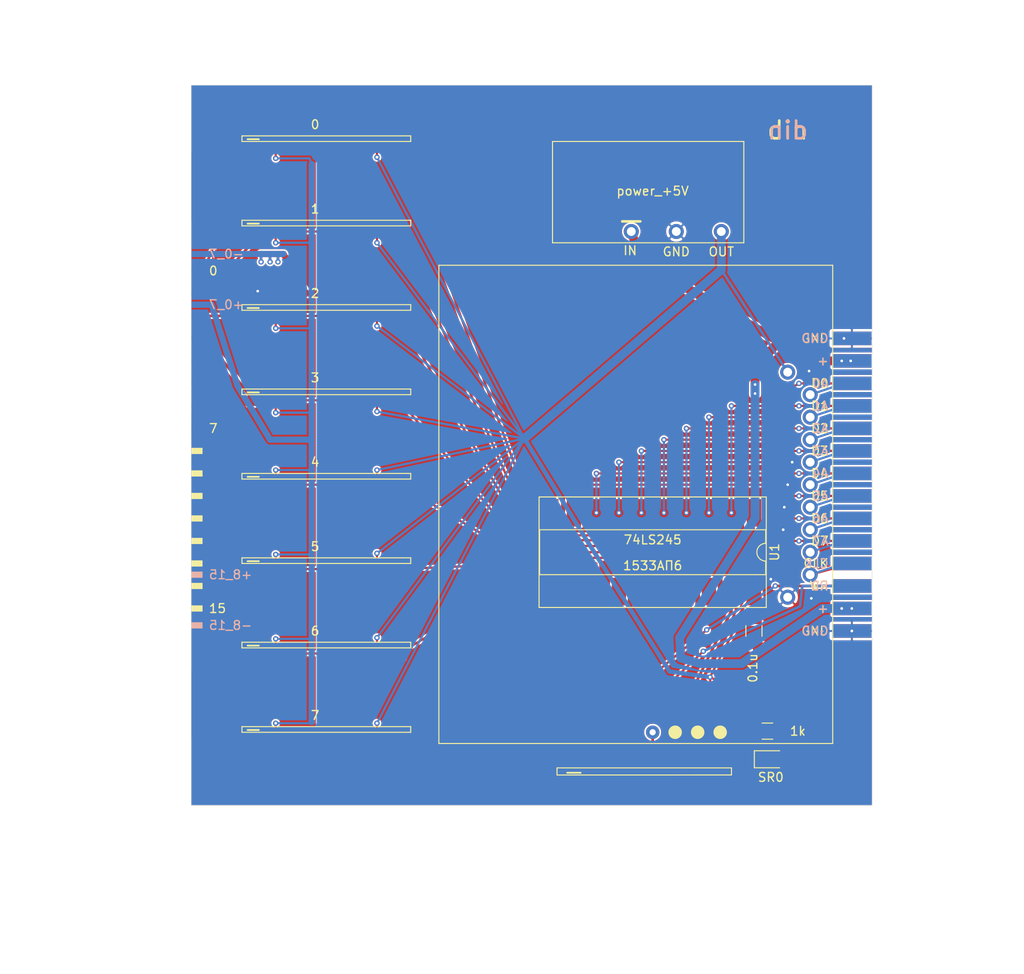
<source format=kicad_pcb>
(kicad_pcb (version 20171130) (host pcbnew 5.1.5+dfsg1-2build2)
  (layers (0 F.Cu signal) (31 B.Cu signal) (34 B.Paste user) (35 F.Paste user) (36 B.SilkS user) (37 F.SilkS user) (38 B.Mask user) (39 F.Mask user) (44 Edge.Cuts user))
  (net 0 "")
  (net 1 +5V)
  (net 2 GND)
  (net 3 IN1)
  (net 4 IN2)
  (net 5 IN3)
  (net 6 IN4)
  (net 7 IN5)
  (net 8 IN6)
  (net 9 IN7)
  (net 10 A7)
  (net 11 A6)
  (net 12 A5)
  (net 13 A4)
  (net 14 A3)
  (net 15 A2)
  (net 16 A1)
  (net 17 IN0)
  (net 18 CLK)
  (net 19 D7)
  (net 20 D6)
  (net 21 D5)
  (net 22 D4)
  (net 23 D3)
  (net 24 D2)
  (net 25 D1)
  (net 26 D0)
  (net 27 A0)
  (net 28 GND0_7)
  (net 29 INL0)
  (net 30 INL1)
  (net 31 INL2)
  (net 32 INL3)
  (net 33 INL4)
  (net 34 INL5)
  (net 35 INL6)
  (net 36 INL7)
  (net 37 WR)
  (net 38 RD)
  (net 39 SR0)
  (net 40 "Net-(D1-Pad2)")
  (net 41 S0)
  (net 42 "Net-(J1-Pad20)")
  (net 43 "Net-(J1-Pad19)")
  (net 44 "Net-(J1-Pad16)")
  (net 45 "Net-(J1-Pad15)")
  (net 46 "Net-(J1-Pad14)")
  (net 47 "Net-(J1-Pad13)")
  (net 48 "Net-(J1-Pad12)")
  (net 49 "Net-(J1-Pad11)")
  (net 50 "Net-(J1-Pad10)")
  (net 51 "Net-(J1-Pad9)")
  (net 52 "Net-(J11-Pad15)")
  (net 53 V0_7)
  (net 54 "Net-(J11-Pad13)")
  (net 55 "Net-(J11-Pad14)")
  (net 56 VPBUS)
  (module plc88:bus_im (layer F.Cu) (at 108.839 59.055)
    (fp_text reference J13 hide)
    (fp_text value bus_i hide)
    (fp_text user WR (at -2.54 27.94) (layer F.SilkS) (effects (justify right)))
    (fp_text user RD (at -2.54 27.94) (layer B.SilkS) (effects (justify left mirror)))
    (fp_text user GND (at -2.54 0) (layer B.SilkS) (effects (justify left mirror)))
    (fp_text user + (at -2.54 2.54) (layer B.SilkS) (effects (justify left mirror)))
    (fp_text user GND (at -2.54 33.02) (layer B.SilkS) (effects (justify left mirror)))
    (fp_text user + (at -2.54 30.48) (layer B.SilkS) (effects (justify left mirror)))
    (fp_text user CLK (at -2.54 25.4) (layer B.SilkS) (effects (justify left mirror)))
    (fp_text user A7 (at -2.54 22.86) (layer B.SilkS) (effects (justify left mirror)))
    (fp_text user A6 (at -2.54 20.32) (layer B.SilkS) (effects (justify left mirror)))
    (fp_text user A5 (at -2.54 17.78) (layer B.SilkS) (effects (justify left mirror)))
    (fp_text user A4 (at -2.54 15.24) (layer B.SilkS) (effects (justify left mirror)))
    (fp_text user A3 (at -2.54 12.7) (layer B.SilkS) (effects (justify left mirror)))
    (fp_text user A2 (at -2.54 10.16) (layer B.SilkS) (effects (justify left mirror)))
    (fp_text user A1 (at -2.54 7.62) (layer B.SilkS) (effects (justify left mirror)))
    (fp_text user A0 (at -2.54 5.08) (layer B.SilkS) (effects (justify left mirror)))
    (fp_text user D7 (at -2.54 22.86) (layer F.SilkS) (effects (justify right)))
    (fp_text user CLK (at -2.54 25.4) (layer F.SilkS) (effects (justify right)))
    (fp_text user + (at -2.54 30.48) (layer F.SilkS) (effects (justify right)))
    (fp_text user GND (at -2.54 33.02) (layer F.SilkS) (effects (justify right)))
    (fp_text user D6 (at -2.54 20.32) (layer F.SilkS) (effects (justify right)))
    (fp_text user D5 (at -2.54 17.78) (layer F.SilkS) (effects (justify right)))
    (fp_text user D4 (at -2.54 15.24) (layer F.SilkS) (effects (justify right)))
    (fp_text user D3 (at -2.54 12.7) (layer F.SilkS) (effects (justify right)))
    (fp_text user D2 (at -2.54 10.16) (layer F.SilkS) (effects (justify right)))
    (fp_text user D1 (at -2.54 7.62) (layer F.SilkS) (effects (justify right)))
    (fp_text user D0 (at -2.54 5.08) (layer F.SilkS) (effects (justify right)))
    (fp_text user + (at -2.54 2.54) (layer F.SilkS) (effects (justify right)))
    (fp_text user GND (at -2.54 0) (layer F.SilkS) (effects (justify right)))
    (pad 24 smd rect (at 0 27.94) (size 4.445 1.524) (layers F.Cu F.Paste F.Mask) (net 37 WR))
    (pad 23 smd rect (at 0 27.94) (size 4.445 1.524) (layers B.Cu B.Paste B.Mask) (net 38 RD))
    (pad 28 smd rect (at 0 33.02) (size 4.445 1.524) (layers F.Cu F.Paste F.Mask) (net 2 GND))
    (pad 26 smd rect (at 0 30.48) (size 4.445 1.524) (layers F.Cu F.Paste F.Mask) (net 56 VPBUS))
    (pad 22 smd rect (at 0 25.4) (size 4.445 1.524) (layers F.Cu F.Paste F.Mask) (net 18 CLK))
    (pad 20 smd rect (at 0 22.86) (size 4.445 1.524) (layers F.Cu F.Paste F.Mask) (net 19 D7))
    (pad 18 smd rect (at 0 20.32) (size 4.445 1.524) (layers F.Cu F.Paste F.Mask) (net 20 D6))
    (pad 16 smd rect (at 0 17.78) (size 4.445 1.524) (layers F.Cu F.Paste F.Mask) (net 21 D5))
    (pad 14 smd rect (at 0 15.24) (size 4.445 1.524) (layers F.Cu F.Paste F.Mask) (net 22 D4))
    (pad 12 smd rect (at 0 12.7) (size 4.445 1.524) (layers F.Cu F.Paste F.Mask) (net 23 D3))
    (pad 10 smd rect (at 0 10.16) (size 4.445 1.524) (layers F.Cu F.Paste F.Mask) (net 24 D2))
    (pad 8 smd rect (at 0 7.62) (size 4.445 1.524) (layers F.Cu F.Paste F.Mask) (net 25 D1))
    (pad 6 smd rect (at 0 5.08) (size 4.445 1.524) (layers F.Cu F.Paste F.Mask) (net 26 D0))
    (pad 4 smd rect (at 0 2.54) (size 4.445 1.524) (layers F.Cu F.Paste F.Mask) (net 56 VPBUS))
    (pad 2 smd rect (at 0 0) (size 4.445 1.524) (layers F.Cu F.Paste F.Mask) (net 2 GND))
    (pad 9 smd rect (at 0 10.16) (size 4.445 1.524) (layers B.Cu B.Paste B.Mask) (net 15 A2))
    (pad 27 smd rect (at 0 33.02) (size 4.445 1.524) (layers B.Cu B.Paste B.Mask) (net 2 GND))
    (pad 25 smd rect (at 0 30.48) (size 4.445 1.524) (layers B.Cu B.Paste B.Mask) (net 56 VPBUS))
    (pad 21 smd rect (at 0 25.4) (size 4.445 1.524) (layers B.Cu B.Paste B.Mask) (net 18 CLK))
    (pad 19 smd rect (at 0 22.86) (size 4.445 1.524) (layers B.Cu B.Paste B.Mask) (net 10 A7))
    (pad 17 smd rect (at 0 20.32) (size 4.445 1.524) (layers B.Cu B.Paste B.Mask) (net 11 A6))
    (pad 15 smd rect (at 0 17.78) (size 4.445 1.524) (layers B.Cu B.Paste B.Mask) (net 12 A5))
    (pad 13 smd rect (at 0 15.24) (size 4.445 1.524) (layers B.Cu B.Paste B.Mask) (net 13 A4))
    (pad 11 smd rect (at 0 12.7) (size 4.445 1.524) (layers B.Cu B.Paste B.Mask) (net 14 A3))
    (pad 7 smd rect (at 0 7.62) (size 4.445 1.524) (layers B.Cu B.Paste B.Mask) (net 16 A1))
    (pad 5 smd rect (at 0 5.08) (size 4.445 1.524) (layers B.Cu B.Paste B.Mask) (net 27 A0))
    (pad 3 smd rect (at 0 2.54) (size 4.445 1.524) (layers B.Cu B.Paste B.Mask) (net 56 VPBUS))
    (pad 1 smd rect (at 0 0) (size 4.445 1.524) (layers B.Cu B.Paste B.Mask) (net 2 GND))
  )
  (module plc88:power_i (layer F.Cu) (at 77.597 36.83)
    (fp_text reference J12)
    (fp_text value power_+5V (at 8.763 5.588) (layer F.SilkS))
    (fp_text user IN (at 6.223 12.319) (layer F.SilkS))
    (fp_text user GND (at 11.43 12.446) (layer F.SilkS))
    (fp_text user OUT (at 16.51 12.446) (layer F.SilkS))
    (pad 3 thru_hole circle (at 11.43 10.16) (size 1.7 1.7) (drill 1) (layers *.Cu *.Mask) (net 2 GND))
    (pad 2 thru_hole circle (at 16.51 10.16) (size 1.7 1.7) (drill 1) (layers *.Cu *.Mask) (net 1 +5V))
    (pad 1 thru_hole circle (at 6.35 10.16) (size 1.7 1.7) (drill 1) (layers *.Cu *.Mask) (net 56 VPBUS))
  )
  (module plc88:dio_channel_i (layer F.Cu) (at 48.26 101.6)
    (fp_text reference J9 hide)
    (fp_text value dio_channel_i hide)
    (fp_text user 7 (at 0 0) (layer F.SilkS))
    (pad 4 smd rect (at 4.445 2.54) (size 1.27 1.27) (layers F.Cu F.Paste F.Mask) (net 2 GND))
    (pad 6 smd rect (at 9.525 2.54) (size 1.27 1.27) (layers F.Cu F.Paste F.Mask) (net 36 INL7))
    (pad 5 smd rect (at 6.985 2.54) (size 1.27 1.27) (layers F.Cu F.Paste F.Mask) (net 1 +5V))
    (pad 3 smd rect (at -1.905 2.54) (size 1.27 1.27) (layers F.Cu F.Paste F.Mask) (net 28 GND0_7))
    (pad 2 smd rect (at -4.445 2.54) (size 1.27 1.27) (layers F.Cu F.Paste F.Mask) (net 53 V0_7))
    (pad 1 smd rect (at -6.985 2.54) (size 1.27 1.27) (layers F.Cu F.Paste F.Mask) (net 9 IN7))
  )
  (module plc88:dio_channel_i (layer F.Cu) (at 48.26 92.075)
    (fp_text reference J8 hide)
    (fp_text value dio_channel_i hide)
    (fp_text user 6 (at 0 0) (layer F.SilkS))
    (pad 4 smd rect (at 4.445 2.54) (size 1.27 1.27) (layers F.Cu F.Paste F.Mask) (net 2 GND))
    (pad 6 smd rect (at 9.525 2.54) (size 1.27 1.27) (layers F.Cu F.Paste F.Mask) (net 35 INL6))
    (pad 5 smd rect (at 6.985 2.54) (size 1.27 1.27) (layers F.Cu F.Paste F.Mask) (net 1 +5V))
    (pad 3 smd rect (at -1.905 2.54) (size 1.27 1.27) (layers F.Cu F.Paste F.Mask) (net 28 GND0_7))
    (pad 2 smd rect (at -4.445 2.54) (size 1.27 1.27) (layers F.Cu F.Paste F.Mask) (net 53 V0_7))
    (pad 1 smd rect (at -6.985 2.54) (size 1.27 1.27) (layers F.Cu F.Paste F.Mask) (net 8 IN6))
  )
  (module plc88:dio_channel_i (layer F.Cu) (at 48.26 82.55)
    (fp_text reference J7 hide)
    (fp_text value dio_channel_i hide)
    (fp_text user 5 (at 0 0) (layer F.SilkS))
    (pad 4 smd rect (at 4.445 2.54) (size 1.27 1.27) (layers F.Cu F.Paste F.Mask) (net 2 GND))
    (pad 6 smd rect (at 9.525 2.54) (size 1.27 1.27) (layers F.Cu F.Paste F.Mask) (net 34 INL5))
    (pad 5 smd rect (at 6.985 2.54) (size 1.27 1.27) (layers F.Cu F.Paste F.Mask) (net 1 +5V))
    (pad 3 smd rect (at -1.905 2.54) (size 1.27 1.27) (layers F.Cu F.Paste F.Mask) (net 28 GND0_7))
    (pad 2 smd rect (at -4.445 2.54) (size 1.27 1.27) (layers F.Cu F.Paste F.Mask) (net 53 V0_7))
    (pad 1 smd rect (at -6.985 2.54) (size 1.27 1.27) (layers F.Cu F.Paste F.Mask) (net 7 IN5))
  )
  (module plc88:dio_channel_i (layer F.Cu) (at 48.26 73.025)
    (fp_text reference J6 hide)
    (fp_text value dio_channel_i hide)
    (fp_text user 4 (at 0 0) (layer F.SilkS))
    (pad 4 smd rect (at 4.445 2.54) (size 1.27 1.27) (layers F.Cu F.Paste F.Mask) (net 2 GND))
    (pad 6 smd rect (at 9.525 2.54) (size 1.27 1.27) (layers F.Cu F.Paste F.Mask) (net 33 INL4))
    (pad 5 smd rect (at 6.985 2.54) (size 1.27 1.27) (layers F.Cu F.Paste F.Mask) (net 1 +5V))
    (pad 3 smd rect (at -1.905 2.54) (size 1.27 1.27) (layers F.Cu F.Paste F.Mask) (net 28 GND0_7))
    (pad 2 smd rect (at -4.445 2.54) (size 1.27 1.27) (layers F.Cu F.Paste F.Mask) (net 53 V0_7))
    (pad 1 smd rect (at -6.985 2.54) (size 1.27 1.27) (layers F.Cu F.Paste F.Mask) (net 6 IN4))
  )
  (module plc88:dio_channel_i (layer F.Cu) (at 48.26 63.5)
    (fp_text reference J5 hide)
    (fp_text value dio_channel_i hide)
    (fp_text user 3 (at 0 0) (layer F.SilkS))
    (pad 4 smd rect (at 4.445 2.54) (size 1.27 1.27) (layers F.Cu F.Paste F.Mask) (net 2 GND))
    (pad 6 smd rect (at 9.525 2.54) (size 1.27 1.27) (layers F.Cu F.Paste F.Mask) (net 32 INL3))
    (pad 5 smd rect (at 6.985 2.54) (size 1.27 1.27) (layers F.Cu F.Paste F.Mask) (net 1 +5V))
    (pad 3 smd rect (at -1.905 2.54) (size 1.27 1.27) (layers F.Cu F.Paste F.Mask) (net 28 GND0_7))
    (pad 2 smd rect (at -4.445 2.54) (size 1.27 1.27) (layers F.Cu F.Paste F.Mask) (net 53 V0_7))
    (pad 1 smd rect (at -6.985 2.54) (size 1.27 1.27) (layers F.Cu F.Paste F.Mask) (net 5 IN3))
  )
  (module plc88:dio_channel_i (layer F.Cu) (at 48.26 53.975)
    (fp_text reference J4 hide)
    (fp_text value dio_channel_i hide)
    (fp_text user 2 (at 0 0) (layer F.SilkS))
    (pad 4 smd rect (at 4.445 2.54) (size 1.27 1.27) (layers F.Cu F.Paste F.Mask) (net 2 GND))
    (pad 6 smd rect (at 9.525 2.54) (size 1.27 1.27) (layers F.Cu F.Paste F.Mask) (net 31 INL2))
    (pad 5 smd rect (at 6.985 2.54) (size 1.27 1.27) (layers F.Cu F.Paste F.Mask) (net 1 +5V))
    (pad 3 smd rect (at -1.905 2.54) (size 1.27 1.27) (layers F.Cu F.Paste F.Mask) (net 28 GND0_7))
    (pad 2 smd rect (at -4.445 2.54) (size 1.27 1.27) (layers F.Cu F.Paste F.Mask) (net 53 V0_7))
    (pad 1 smd rect (at -6.985 2.54) (size 1.27 1.27) (layers F.Cu F.Paste F.Mask) (net 4 IN2))
  )
  (module plc88:dio_channel_i (layer F.Cu) (at 48.26 44.45)
    (fp_text reference J3 hide)
    (fp_text value dio_channel_i hide)
    (fp_text user 1 (at 0 0) (layer F.SilkS))
    (pad 4 smd rect (at 4.445 2.54) (size 1.27 1.27) (layers F.Cu F.Paste F.Mask) (net 2 GND))
    (pad 6 smd rect (at 9.525 2.54) (size 1.27 1.27) (layers F.Cu F.Paste F.Mask) (net 30 INL1))
    (pad 5 smd rect (at 6.985 2.54) (size 1.27 1.27) (layers F.Cu F.Paste F.Mask) (net 1 +5V))
    (pad 3 smd rect (at -1.905 2.54) (size 1.27 1.27) (layers F.Cu F.Paste F.Mask) (net 28 GND0_7))
    (pad 2 smd rect (at -4.445 2.54) (size 1.27 1.27) (layers F.Cu F.Paste F.Mask) (net 53 V0_7))
    (pad 1 smd rect (at -6.985 2.54) (size 1.27 1.27) (layers F.Cu F.Paste F.Mask) (net 3 IN1))
  )
  (module plc88:dio_channel_i (layer F.Cu) (at 48.26 34.925)
    (fp_text reference J2 hide)
    (fp_text value dio_channel_i hide)
    (fp_text user 0 (at 0 0) (layer F.SilkS))
    (pad 4 smd rect (at 4.445 2.54) (size 1.27 1.27) (layers F.Cu F.Paste F.Mask) (net 2 GND))
    (pad 6 smd rect (at 9.525 2.54) (size 1.27 1.27) (layers F.Cu F.Paste F.Mask) (net 29 INL0))
    (pad 5 smd rect (at 6.985 2.54) (size 1.27 1.27) (layers F.Cu F.Paste F.Mask) (net 1 +5V))
    (pad 3 smd rect (at -1.905 2.54) (size 1.27 1.27) (layers F.Cu F.Paste F.Mask) (net 28 GND0_7))
    (pad 2 smd rect (at -4.445 2.54) (size 1.27 1.27) (layers F.Cu F.Paste F.Mask) (net 53 V0_7))
    (pad 1 smd rect (at -6.985 2.54) (size 1.27 1.27) (layers F.Cu F.Paste F.Mask) (net 17 IN0))
  )
  (module plc88:fm16_im (layer F.Cu) (at 37.465 42.545)
    (fp_text reference J1 hide)
    (fp_text value fm16_i hide)
    (fp_text user 15 (at -1.27 46.99) (layer F.SilkS) (effects (justify left)))
    (fp_text user 7 (at -1.27 26.67) (layer F.SilkS) (effects (justify left)))
    (fp_text user 0 (at -1.27 8.89) (layer F.SilkS) (effects (justify left)))
    (fp_text user -8_15 (at -1.27 48.895) (layer B.SilkS) (effects (justify right mirror)))
    (fp_text user +8_15 (at -1.27 43.18) (layer B.SilkS) (effects (justify right mirror)))
    (fp_text user -0_7 (at -1.27 6.985) (layer B.SilkS) (effects (justify right mirror)))
    (fp_text user +0_7 (at -1.27 12.7) (layer B.SilkS) (effects (justify right mirror)))
    (pad 25 smd rect (at -2.54 57.785) (size 1.27 7.62) (layers F.Cu F.Paste F.Mask) (net 2 GND))
    (pad 24 smd rect (at -2.54 -0.635) (size 1.27 7.62) (layers F.Cu F.Paste F.Mask) (net 2 GND))
    (pad 23 smd rect (at -2.54 57.785) (size 1.27 7.62) (layers B.Cu B.Paste B.Mask) (net 2 GND))
    (pad 22 smd rect (at -2.54 28.575) (size 1.27 7.62) (layers B.Cu B.Paste B.Mask) (net 2 GND))
    (pad 21 smd rect (at -2.54 -0.635) (size 1.27 7.62) (layers B.Cu B.Paste B.Mask) (net 2 GND))
    (pad 20 smd rect (at -2.54 48.895) (size 1.27 0.7) (layers B.SilkS) (net 42 "Net-(J1-Pad20)"))
    (pad 19 smd rect (at -2.54 43.18) (size 1.27 0.7) (layers B.SilkS) (net 43 "Net-(J1-Pad19)"))
    (pad 18 smd rect (at -2.54 12.7) (size 1.27 0.7) (layers B.Cu B.Paste B.Mask) (net 53 V0_7))
    (pad 17 smd rect (at -2.54 6.985) (size 1.27 0.7) (layers B.Cu B.Paste B.Mask) (net 28 GND0_7))
    (pad 16 smd rect (at -2.54 46.99) (size 1.27 0.7) (layers F.SilkS) (net 44 "Net-(J1-Pad16)"))
    (pad 15 smd rect (at -2.54 44.45) (size 1.27 0.7) (layers F.SilkS) (net 45 "Net-(J1-Pad15)"))
    (pad 14 smd rect (at -2.54 41.91) (size 1.27 0.7) (layers F.SilkS) (net 46 "Net-(J1-Pad14)"))
    (pad 13 smd rect (at -2.54 39.37) (size 1.27 0.7) (layers F.SilkS) (net 47 "Net-(J1-Pad13)"))
    (pad 12 smd rect (at -2.54 36.83) (size 1.27 0.7) (layers F.SilkS) (net 48 "Net-(J1-Pad12)"))
    (pad 11 smd rect (at -2.54 34.29) (size 1.27 0.7) (layers F.SilkS) (net 49 "Net-(J1-Pad11)"))
    (pad 10 smd rect (at -2.54 31.75) (size 1.27 0.7) (layers F.SilkS) (net 50 "Net-(J1-Pad10)"))
    (pad 9 smd rect (at -2.54 29.21) (size 1.27 0.7) (layers F.SilkS) (net 51 "Net-(J1-Pad9)"))
    (pad 8 smd rect (at -2.54 26.67) (size 1.27 0.7) (layers F.Cu F.Paste F.Mask) (net 9 IN7))
    (pad 7 smd rect (at -2.54 24.13) (size 1.27 0.7) (layers F.Cu F.Paste F.Mask) (net 8 IN6))
    (pad 6 smd rect (at -2.54 21.59) (size 1.27 0.7) (layers F.Cu F.Paste F.Mask) (net 7 IN5))
    (pad 5 smd rect (at -2.54 19.05) (size 1.27 0.7) (layers F.Cu F.Paste F.Mask) (net 6 IN4))
    (pad 4 smd rect (at -2.54 16.51) (size 1.27 0.7) (layers F.Cu F.Paste F.Mask) (net 5 IN3))
    (pad 3 smd rect (at -2.54 13.97) (size 1.27 0.7) (layers F.Cu F.Paste F.Mask) (net 4 IN2))
    (pad 2 smd rect (at -2.54 11.43) (size 1.27 0.7) (layers F.Cu F.Paste F.Mask) (net 3 IN1))
    (pad 1 smd rect (at -2.54 8.89) (size 1.27 0.7) (layers F.Cu F.Paste F.Mask) (net 17 IN0))
  )
  (module plc88:wrs_i (layer F.Cu) (at 84.455 106.426)
    (fp_text reference J10 hide)
    (fp_text value wrs_i hide)
    (pad 6 smd rect (at 8.89 2.54) (size 1.27 1.27) (layers F.Cu F.Paste F.Mask) (net 1 +5V))
    (pad 5 smd rect (at 4.445 2.54) (size 1.27 1.27) (layers F.Cu F.Paste F.Mask) (net 39 SR0))
    (pad 4 smd rect (at 1.905 2.54) (size 1.27 1.27) (layers F.Cu F.Paste F.Mask) (net 41 S0))
    (pad 3 smd rect (at -0.635 2.54) (size 1.27 1.27) (layers F.Cu F.Paste F.Mask) (net 38 RD))
    (pad 2 smd rect (at -3.175 2.54) (size 1.27 1.27) (layers F.Cu F.Paste F.Mask) (net 37 WR))
    (pad 1 smd rect (at -6.985 2.54) (size 1.27 1.27) (layers F.Cu F.Paste F.Mask) (net 2 GND))
  )
  (module plc88:selector4_i (layer F.Cu) (at 101.6 62.865)
    (fp_text reference J11 hide)
    (fp_text value selector4_i hide)
    (pad 13 smd circle (at -12.7 40.64) (size 1.524 1.524) (layers F.SilkS) (net 54 "Net-(J11-Pad13)"))
    (pad 12 thru_hole circle (at -15.24 40.64) (size 1.524 1.524) (drill 0.7) (layers *.Cu *.Mask) (net 41 S0))
    (pad 15 smd circle (at -7.62 40.64) (size 1.524 1.524) (layers F.SilkS) (net 52 "Net-(J11-Pad15)"))
    (pad 14 smd circle (at -10.16 40.64) (size 1.524 1.524) (layers F.SilkS) (net 55 "Net-(J11-Pad14)"))
    (pad 11 thru_hole circle (at 0 25.4) (size 1.7 1.7) (drill 1) (layers *.Cu *.Mask) (net 2 GND))
    (pad 10 thru_hole circle (at 2.54 22.86) (size 1.7 1.7) (drill 1) (layers *.Cu *.Mask) (net 18 CLK))
    (pad 9 thru_hole circle (at 2.54 20.32) (size 1.7 1.7) (drill 1) (layers *.Cu *.Mask) (net 10 A7))
    (pad 8 thru_hole circle (at 2.54 17.78) (size 1.7 1.7) (drill 1) (layers *.Cu *.Mask) (net 11 A6))
    (pad 7 thru_hole circle (at 2.54 15.24) (size 1.7 1.7) (drill 1) (layers *.Cu *.Mask) (net 12 A5))
    (pad 6 thru_hole circle (at 2.54 12.7) (size 1.7 1.7) (drill 1) (layers *.Cu *.Mask) (net 13 A4))
    (pad 5 thru_hole circle (at 2.54 10.16) (size 1.7 1.7) (drill 1) (layers *.Cu *.Mask) (net 14 A3))
    (pad 4 thru_hole circle (at 2.54 7.62) (size 1.7 1.7) (drill 1) (layers *.Cu *.Mask) (net 15 A2))
    (pad 3 thru_hole circle (at 2.54 5.08) (size 1.7 1.7) (drill 1) (layers *.Cu *.Mask) (net 16 A1))
    (pad 2 thru_hole circle (at 2.54 2.54) (size 1.7 1.7) (drill 1) (layers *.Cu *.Mask) (net 27 A0))
    (pad 1 thru_hole circle (at 0 0) (size 1.7 1.7) (drill 1) (layers *.Cu *.Mask) (net 1 +5V))
  )
  (module Resistor_SMD:R_1206_3216Metric (layer F.Cu) (at 99.314 103.378)
    (fp_text reference R1 hide)
    (fp_text value 1k (at 3.429 0) (layer F.SilkS))
    (pad 2 smd roundrect (at 1.4 0) (size 1.25 1.75) (layers F.Cu F.Paste F.Mask) (roundrect_rratio 0.2) (net 40 "Net-(D1-Pad2)"))
    (pad 1 smd roundrect (at -1.4 0) (size 1.25 1.75) (layers F.Cu F.Paste F.Mask) (roundrect_rratio 0.2) (net 1 +5V))
  )
  (module Capacitor_SMD:C_1206_3216Metric (layer F.Cu) (at 97.79 92.072 90)
    (fp_text reference C1 hide)
    (fp_text value 0.1u (at -4.194 -0.127 90) (layer F.SilkS))
    (pad 2 smd roundrect (at 1.4 0 90) (size 1.25 1.75) (layers F.Cu F.Paste F.Mask) (roundrect_rratio 0.2) (net 1 +5V))
    (pad 1 smd roundrect (at -1.4 0 90) (size 1.25 1.75) (layers F.Cu F.Paste F.Mask) (roundrect_rratio 0.2) (net 2 GND))
  )
  (module LED_SMD:LED_0805_2012Metric_Pad1.15x1.40mm_HandSolder (layer F.Cu) (at 99.695 106.553)
    (fp_text reference D1 hide)
    (fp_text value SR0 (at 0 2.032) (layer F.SilkS))
    (pad 2 smd roundrect (at 1.025 0) (size 1.15 1.4) (layers F.Cu F.Paste F.Mask) (roundrect_rratio 0.217391) (net 40 "Net-(D1-Pad2)"))
    (pad 1 smd roundrect (at -1.025 0) (size 1.15 1.4) (layers F.Cu F.Paste F.Mask) (roundrect_rratio 0.217391) (net 39 SR0))
  )
  (module Package_DIP:DIP-20_W8.89mm_SMDSocket_LongPads (layer F.Cu) (at 86.36 83.185 270)
    (fp_text reference U1 (at 0 -13.76 90) (layer F.SilkS))
    (fp_text value 74LS245 (at -1.397 0 180) (layer F.SilkS))
    (fp_text user 1533АП6 (at 1.524 0) (layer F.SilkS))
    (pad 20 smd rect (at 4.445 -11.43 270) (size 3.1 1.6) (layers F.Cu F.Paste F.Mask) (net 1 +5V))
    (pad 10 smd rect (at -4.445 11.43 270) (size 3.1 1.6) (layers F.Cu F.Paste F.Mask) (net 2 GND))
    (pad 19 smd rect (at 4.445 -8.89 270) (size 3.1 1.6) (layers F.Cu F.Paste F.Mask) (net 39 SR0))
    (pad 9 smd rect (at -4.445 8.89 270) (size 3.1 1.6) (layers F.Cu F.Paste F.Mask) (net 19 D7))
    (pad 18 smd rect (at 4.445 -6.35 270) (size 3.1 1.6) (layers F.Cu F.Paste F.Mask) (net 29 INL0))
    (pad 8 smd rect (at -4.445 6.35 270) (size 3.1 1.6) (layers F.Cu F.Paste F.Mask) (net 20 D6))
    (pad 17 smd rect (at 4.445 -3.81 270) (size 3.1 1.6) (layers F.Cu F.Paste F.Mask) (net 30 INL1))
    (pad 7 smd rect (at -4.445 3.81 270) (size 3.1 1.6) (layers F.Cu F.Paste F.Mask) (net 21 D5))
    (pad 16 smd rect (at 4.445 -1.27 270) (size 3.1 1.6) (layers F.Cu F.Paste F.Mask) (net 31 INL2))
    (pad 6 smd rect (at -4.445 1.27 270) (size 3.1 1.6) (layers F.Cu F.Paste F.Mask) (net 22 D4))
    (pad 15 smd rect (at 4.445 1.27 270) (size 3.1 1.6) (layers F.Cu F.Paste F.Mask) (net 32 INL3))
    (pad 5 smd rect (at -4.445 -1.27 270) (size 3.1 1.6) (layers F.Cu F.Paste F.Mask) (net 23 D3))
    (pad 14 smd rect (at 4.445 3.81 270) (size 3.1 1.6) (layers F.Cu F.Paste F.Mask) (net 33 INL4))
    (pad 4 smd rect (at -4.445 -3.81 270) (size 3.1 1.6) (layers F.Cu F.Paste F.Mask) (net 24 D2))
    (pad 13 smd rect (at 4.445 6.35 270) (size 3.1 1.6) (layers F.Cu F.Paste F.Mask) (net 34 INL5))
    (pad 3 smd rect (at -4.445 -6.35 270) (size 3.1 1.6) (layers F.Cu F.Paste F.Mask) (net 25 D1))
    (pad 12 smd rect (at 4.445 8.89 270) (size 3.1 1.6) (layers F.Cu F.Paste F.Mask) (net 35 INL6))
    (pad 2 smd rect (at -4.445 -8.89 270) (size 3.1 1.6) (layers F.Cu F.Paste F.Mask) (net 26 D0))
    (pad 11 smd rect (at 4.445 11.43 270) (size 3.1 1.6) (layers F.Cu F.Paste F.Mask) (net 36 INL7))
    (pad 1 smd rect (at -4.445 -11.43 270) (size 3.1 1.6) (layers F.Cu F.Paste F.Mask) (net 2 GND))
  )
  (gr_text din (at 101.6 35.56) (layer F.SilkS) (effects (font (size 2 2) (thickness 0.3))))
  (gr_text din (at 101.6 35.56) (layer B.SilkS) (effects (font (size 2 2) (thickness 0.3)) (justify mirror)))
  (gr_line (start 100.33 111.76) (end 111.125 111.76) (layer Edge.Cuts) (width 0.05))
  (gr_line (start 111.125 30.48) (end 100.33 30.48) (layer Edge.Cuts) (width 0.05))
  (gr_line (start 111.125 44.45) (end 111.125 30.48) (layer Edge.Cuts) (width 0.05))
  (gr_line (start 34.29 111.76) (end 34.29 30.48) (layer Edge.Cuts) (width 0.05))
  (gr_line (start 100.33 111.76) (end 34.29 111.76) (layer Edge.Cuts) (width 0.05))
  (gr_line (start 111.125 44.45) (end 111.125 111.76) (layer Edge.Cuts) (width 0.05))
  (gr_line (start 34.29 30.48) (end 100.33 30.48) (layer Edge.Cuts) (width 0.05))
  (segment (start 97.79 86.995) (end 98.425 88.265) (width 0.5) (layer F.Cu) (net 1))
  (segment (start 97.79 87.63) (end 97.79 90.17) (width 0.5) (layer F.Cu) (net 1))
  (segment (start 55.245 66.04) (end 55.245 67.31) (width 0.25) (layer F.Cu) (net 1))
  (segment (start 55.245 56.515) (end 55.245 57.658) (width 0.25) (layer F.Cu) (net 1))
  (segment (start 55.245 46.99) (end 55.245 48.26) (width 0.25) (layer F.Cu) (net 1))
  (segment (start 55.245 37.465) (end 55.245 38.608) (width 0.25) (layer F.Cu) (net 1))
  (segment (start 55.245 104.14) (end 55.245 102.489) (width 0.25) (layer F.Cu) (net 1))
  (segment (start 55.245 94.615) (end 55.245 92.837) (width 0.25) (layer F.Cu) (net 1))
  (segment (start 55.245 85.09) (end 55.245 83.312) (width 0.25) (layer F.Cu) (net 1))
  (segment (start 55.245 75.565) (end 55.245 73.914) (width 0.25) (layer F.Cu) (net 1))
  (segment (start 55.245 67.31) (end 55.245 67.31) (width 0.25) (layer F.Cu) (net 1))
  (via (at 55.245 67.31) (size 0.61) (drill 0.305) (layers F.Cu B.Cu) (net 1))
  (segment (start 55.245 57.658) (end 55.245 57.658) (width 0.25) (layer F.Cu) (net 1))
  (via (at 55.245 57.658) (size 0.61) (drill 0.305) (layers F.Cu B.Cu) (net 1))
  (segment (start 55.245 48.26) (end 55.245 48.26) (width 0.25) (layer F.Cu) (net 1))
  (via (at 55.245 48.26) (size 0.61) (drill 0.305) (layers F.Cu B.Cu) (net 1))
  (segment (start 55.245 38.608) (end 55.245 38.735) (width 0.25) (layer F.Cu) (net 1))
  (via (at 55.245 38.608) (size 0.61) (drill 0.305) (layers F.Cu B.Cu) (net 1))
  (segment (start 55.245 102.489) (end 55.245 102.489) (width 0.25) (layer F.Cu) (net 1))
  (via (at 55.245 102.489) (size 0.61) (drill 0.305) (layers F.Cu B.Cu) (net 1))
  (segment (start 55.245 92.837) (end 55.245 92.837) (width 0.25) (layer F.Cu) (net 1))
  (via (at 55.245 92.837) (size 0.61) (drill 0.305) (layers F.Cu B.Cu) (net 1))
  (segment (start 55.245 83.312) (end 55.245 83.312) (width 0.25) (layer F.Cu) (net 1))
  (via (at 55.245 83.312) (size 0.61) (drill 0.305) (layers F.Cu B.Cu) (net 1))
  (segment (start 55.245 73.914) (end 55.245 73.914) (width 0.25) (layer F.Cu) (net 1))
  (via (at 55.245 73.914) (size 0.61) (drill 0.305) (layers F.Cu B.Cu) (net 1))
  (segment (start 55.245 67.31) (end 71.882 70.358) (width 0.25) (layer B.Cu) (net 1))
  (segment (start 71.882 70.358) (end 55.245 73.914) (width 0.25) (layer B.Cu) (net 1))
  (segment (start 71.882 70.358) (end 55.245 57.658) (width 0.25) (layer B.Cu) (net 1))
  (segment (start 71.882 70.358) (end 55.245 48.26) (width 0.25) (layer B.Cu) (net 1))
  (segment (start 71.882 70.358) (end 55.245 38.608) (width 0.25) (layer B.Cu) (net 1))
  (segment (start 71.882 70.358) (end 55.245 83.312) (width 0.25) (layer B.Cu) (net 1))
  (segment (start 71.882 70.358) (end 55.245 92.837) (width 0.25) (layer B.Cu) (net 1))
  (segment (start 55.245 102.489) (end 71.882 70.358) (width 0.25) (layer B.Cu) (net 1))
  (segment (start 71.882 70.358) (end 94.107 51.308) (width 1) (layer B.Cu) (net 1))
  (segment (start 101.6 62.865) (end 94.107 51.308) (width 0.3) (layer B.Cu) (net 1))
  (segment (start 92.837 97.282) (end 92.837 97.282) (width 0.5) (layer B.Cu) (net 1))
  (via (at 92.837 97.282) (size 0.6) (drill 0.3) (layers F.Cu B.Cu) (net 1))
  (segment (start 93.345 108.966) (end 93.345 106.68) (width 0.25) (layer F.Cu) (net 1))
  (segment (start 93.345 106.68) (end 92.837 97.282) (width 0.25) (layer F.Cu) (net 1))
  (segment (start 97.914 103.378) (end 96.774 103.378) (width 0.25) (layer F.Cu) (net 1))
  (segment (start 96.774 103.378) (end 93.853 97.79) (width 0.25) (layer F.Cu) (net 1))
  (segment (start 93.853 97.79) (end 92.837 97.282) (width 0.25) (layer F.Cu) (net 1))
  (segment (start 96.774 89.281) (end 97.79 87.63) (width 0.25) (layer F.Cu) (net 1))
  (segment (start 96.012 90.297) (end 96.774 89.281) (width 0.25) (layer F.Cu) (net 1))
  (segment (start 95.631 91.821) (end 96.012 90.297) (width 0.25) (layer F.Cu) (net 1))
  (segment (start 92.837 97.282) (end 95.631 91.821) (width 0.25) (layer F.Cu) (net 1))
  (segment (start 88.265 96.647) (end 92.837 97.282) (width 0.5) (layer B.Cu) (net 1))
  (segment (start 78.486 81.153) (end 88.265 96.647) (width 0.5) (layer B.Cu) (net 1))
  (segment (start 71.882 70.358) (end 78.486 81.153) (width 0.5) (layer B.Cu) (net 1))
  (segment (start 94.107 51.308) (end 94.107 46.99) (width 1) (layer B.Cu) (net 1))
  (via (at 108.839 92.075) (size 0.61) (drill 0.305) (layers F.Cu B.Cu) (net 2))
  (via (at 107.95 59.055) (size 0.61) (drill 0.305) (layers F.Cu B.Cu) (net 2))
  (via (at 101.092 80.645) (size 0.61) (drill 0.305) (layers F.Cu B.Cu) (net 2))
  (via (at 101.219 78.105) (size 0.61) (drill 0.305) (layers F.Cu B.Cu) (net 2))
  (via (at 101.6 75.565) (size 0.61) (drill 0.305) (layers F.Cu B.Cu) (net 2))
  (via (at 102.108 73.025) (size 0.61) (drill 0.305) (layers F.Cu B.Cu) (net 2))
  (via (at 99.695 86.233) (size 0.61) (drill 0.305) (layers F.Cu B.Cu) (net 2))
  (via (at 41.783 53.721) (size 0.6) (drill 0.3) (layers F.Cu B.Cu) (net 2))
  (via (at 104.013 62.738) (size 0.6) (drill 0.3) (layers F.Cu B.Cu) (net 2))
  (via (at 104.267 88.392) (size 0.6) (drill 0.3) (layers F.Cu B.Cu) (net 2))
  (segment (start 36.068 53.975) (end 34.925 53.975) (width 0.3) (layer F.Cu) (net 3))
  (segment (start 41.275 48.133) (end 36.068 53.975) (width 0.3) (layer F.Cu) (net 3))
  (segment (start 41.275 46.99) (end 41.275 48.133) (width 0.3) (layer F.Cu) (net 3))
  (segment (start 36.068 56.515) (end 34.925 56.515) (width 0.3) (layer F.Cu) (net 4))
  (segment (start 41.275 56.515) (end 36.068 56.515) (width 0.3) (layer F.Cu) (net 4))
  (segment (start 35.941 59.055) (end 34.925 59.055) (width 0.3) (layer F.Cu) (net 5))
  (segment (start 41.275 66.04) (end 35.941 59.055) (width 0.3) (layer F.Cu) (net 5))
  (segment (start 36.83 61.595) (end 34.925 61.595) (width 0.3) (layer F.Cu) (net 6))
  (segment (start 41.275 75.565) (end 36.83 61.595) (width 0.3) (layer F.Cu) (net 6))
  (segment (start 36.703 64.135) (end 34.925 64.135) (width 0.3) (layer F.Cu) (net 7))
  (segment (start 41.275 85.09) (end 36.703 64.135) (width 0.3) (layer F.Cu) (net 7))
  (segment (start 40.259 93.091) (end 41.275 94.615) (width 0.25) (layer F.Cu) (net 8))
  (segment (start 36.322 66.675) (end 40.259 93.091) (width 0.25) (layer F.Cu) (net 8))
  (segment (start 34.925 66.675) (end 36.322 66.675) (width 0.25) (layer F.Cu) (net 8))
  (segment (start 35.56 69.596) (end 34.925 69.215) (width 0.25) (layer F.Cu) (net 9))
  (segment (start 35.687 69.977) (end 35.56 69.596) (width 0.25) (layer F.Cu) (net 9))
  (segment (start 38.1 99.695) (end 35.687 69.977) (width 0.25) (layer F.Cu) (net 9))
  (segment (start 41.275 104.14) (end 38.1 99.695) (width 0.25) (layer F.Cu) (net 9))
  (segment (start 107.95 81.915) (end 104.14 83.185) (width 0.25) (layer B.Cu) (net 10))
  (segment (start 107.95 79.375) (end 104.14 80.645) (width 0.25) (layer B.Cu) (net 11))
  (segment (start 107.95 76.835) (end 104.14 78.105) (width 0.25) (layer B.Cu) (net 12))
  (segment (start 107.95 74.295) (end 104.14 75.565) (width 0.25) (layer B.Cu) (net 13))
  (segment (start 107.95 71.755) (end 104.14 73.025) (width 0.25) (layer B.Cu) (net 14))
  (segment (start 107.95 69.215) (end 104.14 70.485) (width 0.25) (layer B.Cu) (net 15))
  (segment (start 107.95 66.675) (end 104.14 67.945) (width 0.25) (layer B.Cu) (net 16))
  (segment (start 35.941 50.8) (end 34.925 51.435) (width 0.3) (layer F.Cu) (net 17))
  (segment (start 41.275 37.465) (end 35.941 50.8) (width 0.3) (layer F.Cu) (net 17))
  (segment (start 107.95 84.455) (end 104.14 85.725) (width 0.25) (layer B.Cu) (net 18))
  (segment (start 108.839 84.455) (end 104.14 85.725) (width 0.25) (layer F.Cu) (net 18))
  (segment (start 107.95 81.915) (end 102.87 81.915) (width 0.25) (layer F.Cu) (net 19))
  (segment (start 102.87 81.915) (end 102.87 81.915) (width 0.25) (layer F.Cu) (net 19))
  (via (at 102.87 81.915) (size 0.61) (drill 0.305) (layers F.Cu B.Cu) (net 19))
  (segment (start 102.87 81.915) (end 99.06 81.915) (width 0.25) (layer F.Cu) (net 19))
  (segment (start 99.06 81.915) (end 99.06 75.565) (width 0.25) (layer F.Cu) (net 19))
  (segment (start 99.06 75.565) (end 77.47 75.565) (width 0.25) (layer F.Cu) (net 19))
  (segment (start 77.47 75.565) (end 77.47 75.565) (width 0.25) (layer F.Cu) (net 19))
  (segment (start 77.47 75.565) (end 77.47 78.74) (width 0.25) (layer F.Cu) (net 19))
  (via (at 80.01 78.74) (size 0.61) (drill 0.305) (layers F.Cu B.Cu) (net 20))
  (segment (start 107.95 79.375) (end 102.87 79.375) (width 0.25) (layer F.Cu) (net 20))
  (segment (start 102.87 79.375) (end 102.87 79.375) (width 0.25) (layer F.Cu) (net 20))
  (via (at 102.87 79.375) (size 0.61) (drill 0.305) (layers F.Cu B.Cu) (net 20))
  (segment (start 102.87 79.375) (end 99.695 79.375) (width 0.25) (layer F.Cu) (net 20))
  (segment (start 99.695 79.375) (end 99.695 74.295) (width 0.25) (layer F.Cu) (net 20))
  (segment (start 99.695 74.295) (end 80.01 74.295) (width 0.25) (layer F.Cu) (net 20))
  (segment (start 80.01 74.295) (end 80.01 74.295) (width 0.25) (layer F.Cu) (net 20))
  (via (at 80.01 74.295) (size 0.61) (drill 0.305) (layers F.Cu B.Cu) (net 20))
  (segment (start 80.01 74.295) (end 80.01 78.74) (width 0.25) (layer B.Cu) (net 20))
  (via (at 82.55 78.74) (size 0.61) (drill 0.305) (layers F.Cu B.Cu) (net 21))
  (segment (start 107.95 76.835) (end 102.87 76.835) (width 0.25) (layer F.Cu) (net 21))
  (segment (start 102.87 76.835) (end 102.87 76.835) (width 0.25) (layer F.Cu) (net 21))
  (via (at 102.87 76.835) (size 0.61) (drill 0.305) (layers F.Cu B.Cu) (net 21))
  (segment (start 102.87 76.835) (end 100.33 76.835) (width 0.25) (layer F.Cu) (net 21))
  (segment (start 100.33 76.835) (end 100.33 73.025) (width 0.25) (layer F.Cu) (net 21))
  (segment (start 100.33 73.025) (end 82.55 73.025) (width 0.25) (layer F.Cu) (net 21))
  (segment (start 82.55 73.025) (end 82.55 73.025) (width 0.25) (layer F.Cu) (net 21))
  (via (at 82.55 73.025) (size 0.61) (drill 0.305) (layers F.Cu B.Cu) (net 21))
  (segment (start 82.55 73.025) (end 82.55 78.74) (width 0.25) (layer B.Cu) (net 21))
  (via (at 85.09 78.74) (size 0.61) (drill 0.305) (layers F.Cu B.Cu) (net 22))
  (segment (start 107.95 74.295) (end 102.87 74.295) (width 0.25) (layer F.Cu) (net 22))
  (segment (start 102.87 74.295) (end 102.87 74.295) (width 0.25) (layer F.Cu) (net 22))
  (via (at 102.87 74.295) (size 0.61) (drill 0.305) (layers F.Cu B.Cu) (net 22))
  (via (at 85.09 71.755) (size 0.61) (drill 0.305) (layers F.Cu B.Cu) (net 22))
  (segment (start 85.09 71.755) (end 100.965 71.755) (width 0.25) (layer F.Cu) (net 22))
  (segment (start 100.965 71.755) (end 100.965 74.295) (width 0.25) (layer F.Cu) (net 22))
  (segment (start 100.965 74.295) (end 102.87 74.295) (width 0.25) (layer F.Cu) (net 22))
  (segment (start 85.09 71.755) (end 85.09 78.74) (width 0.25) (layer B.Cu) (net 22))
  (via (at 87.63 78.74) (size 0.61) (drill 0.305) (layers F.Cu B.Cu) (net 23))
  (segment (start 107.95 71.755) (end 102.87 71.755) (width 0.25) (layer F.Cu) (net 23))
  (segment (start 102.87 71.755) (end 102.87 71.755) (width 0.25) (layer F.Cu) (net 23))
  (via (at 102.87 71.755) (size 0.61) (drill 0.305) (layers F.Cu B.Cu) (net 23))
  (via (at 87.63 70.485) (size 0.61) (drill 0.305) (layers F.Cu B.Cu) (net 23))
  (segment (start 102.87 71.755) (end 101.6 71.755) (width 0.25) (layer F.Cu) (net 23))
  (segment (start 101.6 71.755) (end 101.6 70.485) (width 0.25) (layer F.Cu) (net 23))
  (segment (start 101.6 70.485) (end 87.63 70.485) (width 0.25) (layer F.Cu) (net 23))
  (segment (start 87.63 70.485) (end 87.63 78.74) (width 0.25) (layer B.Cu) (net 23))
  (via (at 90.17 78.74) (size 0.61) (drill 0.305) (layers F.Cu B.Cu) (net 24))
  (segment (start 107.95 69.215) (end 102.87 69.215) (width 0.25) (layer F.Cu) (net 24))
  (segment (start 102.87 69.215) (end 102.87 69.215) (width 0.25) (layer F.Cu) (net 24))
  (via (at 102.87 69.215) (size 0.61) (drill 0.305) (layers F.Cu B.Cu) (net 24))
  (via (at 90.17 69.215) (size 0.61) (drill 0.305) (layers F.Cu B.Cu) (net 24))
  (segment (start 102.87 69.215) (end 90.17 69.215) (width 0.25) (layer F.Cu) (net 24))
  (segment (start 90.17 69.215) (end 90.17 78.74) (width 0.25) (layer B.Cu) (net 24))
  (via (at 92.71 78.74) (size 0.61) (drill 0.305) (layers F.Cu B.Cu) (net 25))
  (segment (start 107.95 66.675) (end 102.87 66.675) (width 0.25) (layer F.Cu) (net 25))
  (segment (start 102.87 66.675) (end 102.87 66.675) (width 0.25) (layer F.Cu) (net 25))
  (via (at 102.87 66.675) (size 0.61) (drill 0.305) (layers F.Cu B.Cu) (net 25))
  (via (at 92.71 67.945) (size 0.61) (drill 0.305) (layers F.Cu B.Cu) (net 25))
  (segment (start 92.71 67.945) (end 102.235 67.945) (width 0.25) (layer F.Cu) (net 25))
  (segment (start 102.235 67.945) (end 102.235 66.675) (width 0.25) (layer F.Cu) (net 25))
  (segment (start 102.235 66.675) (end 102.87 66.675) (width 0.25) (layer F.Cu) (net 25))
  (segment (start 92.71 67.945) (end 92.71 78.74) (width 0.25) (layer B.Cu) (net 25))
  (via (at 95.25 78.74) (size 0.61) (drill 0.305) (layers F.Cu B.Cu) (net 26))
  (segment (start 107.95 64.135) (end 102.87 64.135) (width 0.25) (layer F.Cu) (net 26))
  (segment (start 102.87 64.135) (end 102.87 64.135) (width 0.25) (layer F.Cu) (net 26))
  (via (at 102.87 64.135) (size 0.61) (drill 0.305) (layers F.Cu B.Cu) (net 26))
  (via (at 95.25 66.675) (size 0.61) (drill 0.305) (layers F.Cu B.Cu) (net 26))
  (segment (start 95.25 66.675) (end 95.25 78.74) (width 0.25) (layer B.Cu) (net 26))
  (segment (start 101.6 66.675) (end 95.25 66.675) (width 0.25) (layer F.Cu) (net 26))
  (segment (start 101.6 64.897) (end 101.6 66.675) (width 0.25) (layer F.Cu) (net 26))
  (segment (start 102.87 64.135) (end 101.6 64.897) (width 0.25) (layer F.Cu) (net 26))
  (segment (start 107.95 64.135) (end 104.14 65.405) (width 0.25) (layer B.Cu) (net 27))
  (segment (start 42.164 49.53) (end 42.164 49.53) (width 0.7) (layer F.Cu) (net 28))
  (via (at 42.164 50.419) (size 0.61) (drill 0.305) (layers F.Cu B.Cu) (net 28))
  (segment (start 42.164 49.53) (end 42.164 50.419) (width 0.3) (layer F.Cu) (net 28))
  (segment (start 43.18 49.53) (end 43.18 50.419) (width 0.3) (layer F.Cu) (net 28))
  (segment (start 43.18 49.53) (end 42.164 49.53) (width 0.7) (layer F.Cu) (net 28))
  (segment (start 43.18 50.419) (end 43.18 50.419) (width 0.3) (layer F.Cu) (net 28))
  (via (at 43.18 50.419) (size 0.61) (drill 0.305) (layers F.Cu B.Cu) (net 28))
  (segment (start 44.069 49.53) (end 43.18 49.53) (width 0.7) (layer F.Cu) (net 28))
  (segment (start 44.069 49.53) (end 44.069 50.419) (width 0.3) (layer F.Cu) (net 28))
  (segment (start 44.069 50.419) (end 44.069 50.419) (width 0.3) (layer F.Cu) (net 28))
  (via (at 44.069 50.419) (size 0.61) (drill 0.305) (layers F.Cu B.Cu) (net 28))
  (segment (start 42.164 50.419) (end 42.164 49.53) (width 0.3) (layer B.Cu) (net 28))
  (segment (start 43.18 49.53) (end 43.18 50.419) (width 0.3) (layer B.Cu) (net 28))
  (segment (start 44.069 49.53) (end 44.069 50.419) (width 0.3) (layer B.Cu) (net 28))
  (segment (start 48.895 46.99) (end 48.895 37.465) (width 0.7) (layer F.Cu) (net 28))
  (segment (start 48.895 49.53) (end 48.895 46.99) (width 0.7) (layer F.Cu) (net 28))
  (segment (start 46.355 37.465) (end 48.895 37.465) (width 0.25) (layer F.Cu) (net 28))
  (segment (start 46.355 46.99) (end 48.895 46.99) (width 0.25) (layer F.Cu) (net 28))
  (segment (start 46.355 56.515) (end 48.895 56.515) (width 0.25) (layer F.Cu) (net 28))
  (segment (start 46.355 66.04) (end 48.895 66.04) (width 0.25) (layer F.Cu) (net 28))
  (segment (start 48.895 66.04) (end 48.895 56.515) (width 0.7) (layer F.Cu) (net 28))
  (segment (start 46.355 75.565) (end 48.895 75.565) (width 0.25) (layer F.Cu) (net 28))
  (segment (start 48.895 75.565) (end 48.895 72.325424) (width 0.7) (layer F.Cu) (net 28))
  (segment (start 48.895 85.09) (end 48.895 75.565) (width 0.7) (layer F.Cu) (net 28))
  (segment (start 46.355 85.09) (end 48.895 85.09) (width 0.25) (layer F.Cu) (net 28))
  (segment (start 48.895 104.013) (end 48.895 94.615) (width 0.7) (layer F.Cu) (net 28))
  (segment (start 48.895 94.615) (end 46.355 94.615) (width 0.25) (layer F.Cu) (net 28))
  (segment (start 48.895 94.615) (end 48.895 85.09) (width 0.7) (layer F.Cu) (net 28))
  (segment (start 48.895 104.013) (end 48.514 104.14) (width 0.25) (layer F.Cu) (net 28))
  (segment (start 48.514 104.14) (end 46.355 104.14) (width 0.25) (layer F.Cu) (net 28))
  (segment (start 48.895 72.325424) (end 48.895 70.485) (width 0.7) (layer F.Cu) (net 28))
  (segment (start 48.895 70.485) (end 48.895 66.04) (width 0.7) (layer F.Cu) (net 28))
  (segment (start 44.069 49.53) (end 44.704 49.53) (width 0.7) (layer F.Cu) (net 28))
  (segment (start 44.704 49.53) (end 47.244 53.975) (width 0.7) (layer F.Cu) (net 28))
  (segment (start 47.244 53.975) (end 48.895 53.975) (width 0.7) (layer F.Cu) (net 28))
  (segment (start 48.895 53.975) (end 48.895 49.53) (width 0.7) (layer F.Cu) (net 28))
  (segment (start 48.895 56.515) (end 48.895 53.975) (width 0.7) (layer F.Cu) (net 28))
  (segment (start 34.925 49.53) (end 44.704 49.53) (width 0.7) (layer B.Cu) (net 28))
  (segment (start 92.71 81.28) (end 92.71 87.63) (width 0.25) (layer F.Cu) (net 29))
  (segment (start 73.66 81.28) (end 92.71 81.28) (width 0.25) (layer F.Cu) (net 29))
  (segment (start 57.785 37.465) (end 73.66 81.28) (width 0.25) (layer F.Cu) (net 29))
  (segment (start 90.17 81.915) (end 90.17 87.63) (width 0.25) (layer F.Cu) (net 30))
  (segment (start 73.025 81.788) (end 90.17 81.915) (width 0.25) (layer F.Cu) (net 30))
  (segment (start 73.025 81.788) (end 57.785 46.99) (width 0.25) (layer F.Cu) (net 30))
  (segment (start 87.63 82.55) (end 87.63 87.63) (width 0.25) (layer F.Cu) (net 31))
  (segment (start 72.517 82.423) (end 87.63 82.55) (width 0.25) (layer F.Cu) (net 31))
  (segment (start 57.785 56.515) (end 72.517 82.423) (width 0.25) (layer F.Cu) (net 31))
  (segment (start 85.09 83.185) (end 72.136 83.185) (width 0.25) (layer F.Cu) (net 32))
  (segment (start 85.09 87.63) (end 85.09 83.185) (width 0.25) (layer F.Cu) (net 32))
  (segment (start 57.785 66.04) (end 72.136 83.185) (width 0.25) (layer F.Cu) (net 32))
  (segment (start 82.55 83.82) (end 71.628 83.82) (width 0.25) (layer F.Cu) (net 33))
  (segment (start 82.55 87.63) (end 82.55 83.82) (width 0.25) (layer F.Cu) (net 33))
  (segment (start 57.785 75.565) (end 71.628 83.82) (width 0.25) (layer F.Cu) (net 33))
  (segment (start 80.01 84.455) (end 72.39 84.455) (width 0.25) (layer F.Cu) (net 34))
  (segment (start 80.01 87.63) (end 80.01 84.455) (width 0.25) (layer F.Cu) (net 34))
  (segment (start 57.785 85.09) (end 72.39 84.455) (width 0.25) (layer F.Cu) (net 34))
  (segment (start 73.152 85.217) (end 77.47 85.217) (width 0.25) (layer F.Cu) (net 35))
  (segment (start 77.47 85.217) (end 77.47 87.63) (width 0.25) (layer F.Cu) (net 35))
  (segment (start 57.785 94.615) (end 73.152 85.217) (width 0.25) (layer F.Cu) (net 35))
  (segment (start 73.66 89.535) (end 74.93 87.63) (width 0.25) (layer F.Cu) (net 36))
  (segment (start 57.785 104.14) (end 73.66 89.535) (width 0.25) (layer F.Cu) (net 36))
  (segment (start 102.235 86.995) (end 102.235 86.995) (width 0.3) (layer F.Cu) (net 37))
  (segment (start 81.28 108.966) (end 81.28 101.346) (width 0.3) (layer F.Cu) (net 37))
  (segment (start 105.664 86.995) (end 108.839 86.995) (width 0.3) (layer F.Cu) (net 37))
  (segment (start 100.203 86.995) (end 105.664 86.995) (width 0.3) (layer F.Cu) (net 37))
  (via (at 100.203 86.995) (size 0.6) (drill 0.3) (layers F.Cu B.Cu) (net 37))
  (segment (start 100.203 86.995) (end 92.456 91.948) (width 0.3) (layer B.Cu) (net 37))
  (via (at 92.456 91.948) (size 0.6) (drill 0.3) (layers F.Cu B.Cu) (net 37))
  (segment (start 81.28 101.346) (end 92.456 91.948) (width 0.25) (layer F.Cu) (net 37))
  (segment (start 83.82 102.235) (end 83.82 108.966) (width 0.3) (layer F.Cu) (net 38))
  (segment (start 102.997 89.281) (end 103.251 86.995) (width 0.3) (layer B.Cu) (net 38))
  (segment (start 92.075 94.361) (end 102.997 89.281) (width 0.3) (layer B.Cu) (net 38))
  (segment (start 103.251 86.995) (end 108.839 86.995) (width 0.3) (layer B.Cu) (net 38))
  (via (at 92.075 94.361) (size 0.6) (drill 0.3) (layers F.Cu B.Cu) (net 38))
  (segment (start 83.82 102.235) (end 92.075 94.361) (width 0.25) (layer F.Cu) (net 38))
  (segment (start 95.25 89.789) (end 95.25 87.63) (width 0.3) (layer F.Cu) (net 39))
  (segment (start 90.805 98.806) (end 95.25 89.789) (width 0.3) (layer F.Cu) (net 39))
  (segment (start 90.043 100.584) (end 90.805 98.806) (width 0.3) (layer F.Cu) (net 39))
  (segment (start 88.9 103.124) (end 90.043 100.584) (width 0.3) (layer F.Cu) (net 39))
  (segment (start 88.9 107.315) (end 88.9 103.124) (width 0.3) (layer F.Cu) (net 39))
  (segment (start 88.9 108.966) (end 88.9 107.315) (width 0.3) (layer F.Cu) (net 39))
  (segment (start 90.17 107.315) (end 88.9 107.315) (width 0.25) (layer F.Cu) (net 39))
  (segment (start 94.742 110.49) (end 91.948 110.49) (width 0.25) (layer F.Cu) (net 39))
  (segment (start 97.282 106.553) (end 94.742 110.49) (width 0.25) (layer F.Cu) (net 39))
  (segment (start 91.948 110.49) (end 90.17 107.315) (width 0.25) (layer F.Cu) (net 39))
  (segment (start 98.67 106.553) (end 97.282 106.553) (width 0.25) (layer F.Cu) (net 39))
  (segment (start 100.72 106.553) (end 100.714 103.378) (width 0.25) (layer F.Cu) (net 40))
  (segment (start 86.36 103.505) (end 86.36 108.966) (width 0.3) (layer F.Cu) (net 41))
  (segment (start 43.815 37.465) (end 43.815 38.735) (width 0.25) (layer F.Cu) (net 53))
  (segment (start 43.815 46.99) (end 43.815 48.26) (width 0.25) (layer F.Cu) (net 53))
  (segment (start 43.815 102.616) (end 43.815 102.616) (width 0.25) (layer F.Cu) (net 53))
  (segment (start 43.815 75.565) (end 43.815 73.914) (width 0.25) (layer F.Cu) (net 53))
  (via (at 43.815 73.914) (size 0.6) (drill 0.3) (layers F.Cu B.Cu) (net 53))
  (segment (start 43.815 85.09) (end 43.815 83.439) (width 0.25) (layer F.Cu) (net 53))
  (via (at 43.815 83.439) (size 0.6) (drill 0.3) (layers F.Cu B.Cu) (net 53))
  (segment (start 43.815 94.615) (end 43.815 92.964) (width 0.25) (layer F.Cu) (net 53))
  (via (at 43.815 92.964) (size 0.6) (drill 0.3) (layers F.Cu B.Cu) (net 53))
  (segment (start 43.815 104.14) (end 43.815 102.489) (width 0.25) (layer F.Cu) (net 53))
  (via (at 43.815 102.489) (size 0.6) (drill 0.3) (layers F.Cu B.Cu) (net 53))
  (segment (start 43.815 38.735) (end 43.815 38.735) (width 0.25) (layer F.Cu) (net 53))
  (via (at 43.815 38.735) (size 0.6) (drill 0.3) (layers F.Cu B.Cu) (net 53))
  (segment (start 43.815 48.26) (end 43.815 48.26) (width 0.25) (layer F.Cu) (net 53))
  (via (at 43.815 48.26) (size 0.6) (drill 0.3) (layers F.Cu B.Cu) (net 53))
  (segment (start 43.815 56.515) (end 43.815 57.912) (width 0.25) (layer F.Cu) (net 53))
  (via (at 43.815 57.912) (size 0.6) (drill 0.3) (layers F.Cu B.Cu) (net 53))
  (segment (start 43.815 66.04) (end 43.815 67.437) (width 0.25) (layer F.Cu) (net 53))
  (via (at 43.815 67.437) (size 0.6) (drill 0.3) (layers F.Cu B.Cu) (net 53))
  (segment (start 47.879 40.005) (end 47.879 39.37) (width 0.7) (layer B.Cu) (net 53))
  (segment (start 47.879 57.912) (end 43.815 57.912) (width 0.25) (layer B.Cu) (net 53))
  (segment (start 47.879 67.437) (end 43.815 67.437) (width 0.25) (layer B.Cu) (net 53))
  (segment (start 47.879 67.437) (end 47.879 57.912) (width 0.7) (layer B.Cu) (net 53))
  (segment (start 47.879 73.914) (end 43.815 73.914) (width 0.25) (layer B.Cu) (net 53))
  (segment (start 47.879 83.439) (end 43.815 83.439) (width 0.25) (layer B.Cu) (net 53))
  (segment (start 47.879 83.439) (end 47.879 73.914) (width 0.7) (layer B.Cu) (net 53))
  (segment (start 47.879 92.964) (end 43.815 92.964) (width 0.25) (layer B.Cu) (net 53))
  (segment (start 47.879 102.362) (end 47.879 92.964) (width 0.7) (layer B.Cu) (net 53))
  (segment (start 47.879 92.964) (end 47.879 83.439) (width 0.7) (layer B.Cu) (net 53))
  (segment (start 47.879 102.362) (end 47.498 102.489) (width 0.25) (layer B.Cu) (net 53))
  (segment (start 47.498 102.489) (end 43.815 102.489) (width 0.25) (layer B.Cu) (net 53))
  (segment (start 47.879 57.912) (end 47.879 48.26) (width 0.7) (layer B.Cu) (net 53))
  (segment (start 47.879 48.26) (end 43.815 48.26) (width 0.25) (layer B.Cu) (net 53))
  (segment (start 47.879 48.26) (end 47.879 40.005) (width 0.7) (layer B.Cu) (net 53))
  (segment (start 47.879 39.37) (end 47.625 38.735) (width 0.25) (layer B.Cu) (net 53))
  (segment (start 47.625 38.735) (end 43.815 38.735) (width 0.25) (layer B.Cu) (net 53))
  (segment (start 47.879 70.485) (end 43.18 70.485) (width 0.7) (layer B.Cu) (net 53))
  (segment (start 47.879 73.914) (end 47.879 70.485) (width 0.7) (layer B.Cu) (net 53))
  (segment (start 47.879 70.485) (end 47.879 67.437) (width 0.7) (layer B.Cu) (net 53))
  (segment (start 43.18 70.485) (end 39.497 64.389) (width 0.7) (layer B.Cu) (net 53))
  (segment (start 39.497 64.389) (end 36.576 55.245) (width 0.7) (layer B.Cu) (net 53))
  (segment (start 36.576 55.245) (end 34.925 55.245) (width 0.7) (layer B.Cu) (net 53))
  (via (at 107.696 89.535) (size 0.61) (drill 0.305) (layers F.Cu B.Cu) (net 56))
  (segment (start 108.712 61.595) (end 108.839 61.595) (width 1) (layer B.Cu) (net 56))
  (via (at 108.712 61.595) (size 0.61) (drill 0.305) (layers F.Cu B.Cu) (net 56))
  (segment (start 108.712 61.595) (end 107.696 61.595) (width 1) (layer F.Cu) (net 56))
  (segment (start 107.696 61.595) (end 104.394 61.595) (width 1) (layer F.Cu) (net 56))
  (via (at 107.696 61.595) (size 0.6) (drill 0.3) (layers F.Cu B.Cu) (net 56))
  (segment (start 104.394 61.595) (end 100.613633 59.406367) (width 1) (layer F.Cu) (net 56))
  (segment (start 97.917 62.357) (end 97.917 64.262) (width 1) (layer F.Cu) (net 56))
  (segment (start 100.613633 59.406367) (end 97.917 62.357) (width 1) (layer F.Cu) (net 56))
  (segment (start 97.917 65.278) (end 97.917 65.278) (width 1) (layer F.Cu) (net 56))
  (via (at 97.917 65.278) (size 0.6) (drill 0.3) (layers F.Cu B.Cu) (net 56))
  (segment (start 97.917 64.262) (end 97.917 65.278) (width 1) (layer F.Cu) (net 56))
  (via (at 97.917 64.262) (size 0.6) (drill 0.3) (layers F.Cu B.Cu) (net 56))
  (segment (start 97.917 64.262) (end 97.917 65.278) (width 1) (layer B.Cu) (net 56))
  (segment (start 105.537 89.535) (end 108.839 89.535) (width 1) (layer B.Cu) (net 56))
  (segment (start 96.393 95.758) (end 105.537 89.535) (width 1) (layer B.Cu) (net 56))
  (segment (start 91.694 95.758) (end 96.393 95.758) (width 1) (layer B.Cu) (net 56))
  (segment (start 89.535 95.123) (end 91.694 95.758) (width 1) (layer B.Cu) (net 56))
  (segment (start 89.408 92.837) (end 89.535 95.123) (width 1) (layer B.Cu) (net 56))
  (segment (start 97.917 79.375) (end 89.408 92.837) (width 1) (layer B.Cu) (net 56))
  (segment (start 97.917 65.278) (end 97.917 79.375) (width 1) (layer B.Cu) (net 56))
  (segment (start 108.839 89.535) (end 108.839 89.535) (width 1) (layer B.Cu) (net 56))
  (via (at 108.839 89.535) (size 0.6) (drill 0.3) (layers F.Cu B.Cu) (net 56))
  (segment (start 85.09 50.419) (end 83.947 46.99) (width 1) (layer F.Cu) (net 56))
  (segment (start 100.613633 59.406367) (end 85.09 50.419) (width 1) (layer F.Cu) (net 56))
  (zone (net 2) (net_name GND) (layer F.Cu) (connect_pads (clearance 0)) (min_thickness 0.1) (fill yes (arc_segments 32) (thermal_gap 0.3) (thermal_bridge_width 0.2))
    (polygon (pts (xy 119.38 125.095) (xy 23.495 120.65) (xy 24.765 111.76) (xy 27.94 26.035) (xy 117.475 24.765)))
  )
  (zone (net 2) (net_name GND) (layer B.Cu) (connect_pads (clearance 0)) (min_thickness 0.1) (fill yes (arc_segments 32) (thermal_gap 0.3) (thermal_bridge_width 0.2))
    (polygon (pts (xy 128.27 130.81) (xy 12.7 125.095) (xy 20.955 23.495) (xy 121.92 20.955)))
  )
)
</source>
